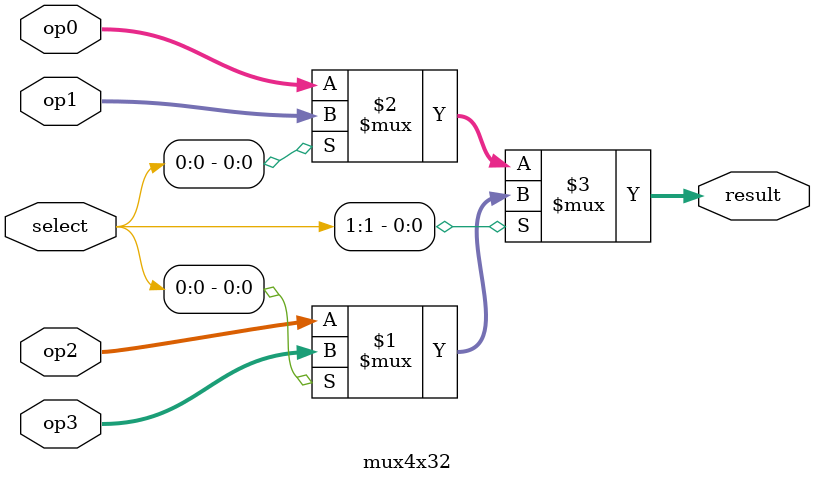
<source format=v>
module mux4x32 (op0, op1, op2, op3, select, result);
input [31:0] op0, op1, op2, op3;
input [1:0] select;
output [31:0] result;
assign result = select[1]? (select[0]? op3: op2)
				:(select[0]? op1: op0);
endmodule
</source>
